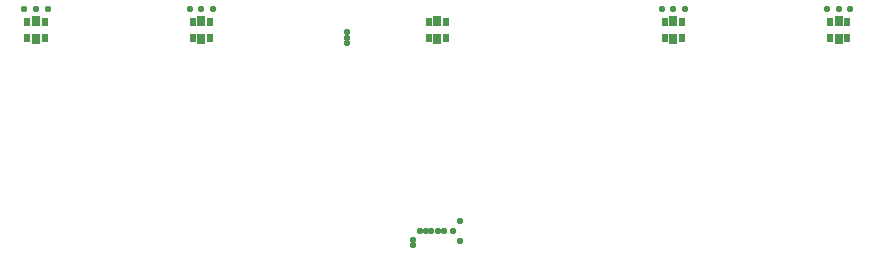
<source format=gts>
%FSTAX23Y23*%
%MOIN*%
%SFA1B1*%

%IPPOS*%
%ADD14R,0.027690X0.035560*%
%ADD15R,0.023750X0.029650*%
%ADD16C,0.022000*%
%LNgel_flex-1*%
%LPD*%
G54D14*
X-0124Y01142D03*
Y01201D03*
X-00688Y01142D03*
Y01201D03*
X00098D03*
Y01142D03*
X00885D03*
Y01201D03*
X01437Y01142D03*
Y01201D03*
G54D15*
X-01211Y01145D03*
Y01198D03*
X-01268Y01145D03*
Y01198D03*
X-0066Y01145D03*
Y01198D03*
X-00717Y01145D03*
Y01198D03*
X00069D03*
Y01145D03*
X00126Y01198D03*
Y01145D03*
X00914D03*
Y01198D03*
X00857Y01145D03*
Y01198D03*
X01465Y01145D03*
Y01198D03*
X01408Y01145D03*
Y01198D03*
G54D16*
X00173Y00534D03*
X00078Y005D03*
X0006Y005D03*
X00017Y0047D03*
Y00455D03*
X-00202Y01145D03*
Y01164D03*
Y01127D03*
X01475Y01241D03*
X01437D03*
X01398D03*
X00924D03*
X00885D03*
X00846D03*
X-01279D03*
X-01201D03*
X-0124D03*
X-0065D03*
X-00727D03*
X-00688D03*
X00099Y005D03*
X00039D03*
X00174Y00468D03*
X00122Y005D03*
X0015D03*
M02*
</source>
